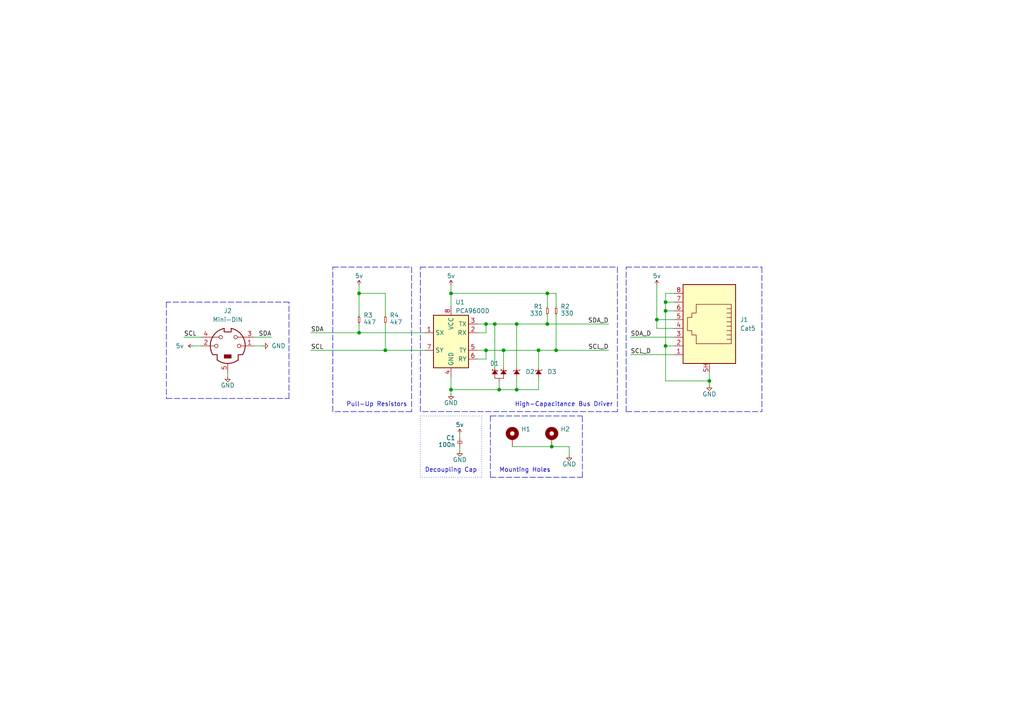
<source format=kicad_sch>
(kicad_sch (version 20211123) (generator eeschema)
  (paper "A4")
  (title_block (title "PROJECT ROYALE REPEATER") (date "2022-02-08") (rev "2.1") (company "Cambridge University Spaceflight") (comment 1 "Drawn By Henry Franks"))
  (lib_symbols
    (symbol "Diode_Zener_BZX84-C15_1" (pin_numbers hide) (pin_names (offset 1.016) hide)
      (property "Reference" "D" (at 1.27 1.778 0))
      (symbol "Diode_Zener_BZX84-C15_1_0_1"
        (polyline (pts (xy 0.762 -0.762) (xy 1.016 -1.016)))
        (polyline (pts (xy 0.762 0.762) (xy 0.508 1.016)))
        (polyline (pts (xy 0.762 0.762) (xy 0.762 -0.762)))
        (polyline (pts (xy 1.778 0.762) (xy 0.762 0) (xy 1.778 -0.762) (xy 1.778 0.762)) (fill (type outline)))
      )
      (symbol "Diode_Zener_BZX84-C15_1_1_1"
        (pin passive line (at 2.54 0 180) (length 0.762) (name "A") (number "1"))
        (pin no_connect line (at 4.572 3.81 0) (length 2.54) hide (name "") (number "2"))
        (pin passive line (at 0 0 0) (length 0.762) (name "K") (number "3"))
      )
    )
    (symbol "MountingHole_Pad_1" (pin_numbers hide) (pin_names (offset 1.016) hide)
      (property "Reference" "H" (at 0 6.35 0))
      (property "Value" "MountingHole_Pad_1" (at 0 4.445 0))
      (symbol "MountingHole_Pad_1_0_1"
        (circle (center 0 1.27) (radius 1.27) (stroke (width 1.27)))
      )
      (symbol "MountingHole_Pad_1_1_1"
        (pin input line (at 0 -2.54 90) (length 2.54) (name "1") (number "1"))
      )
    )
    (symbol "royale:5v" (power) (pin_numbers hide) (pin_names (offset 1.016) hide)
      (property "Value" "5v" (at 0 2.286 0))
      (symbol "5v_0_1"
        (polyline (pts (xy 0 1.27) (xy 0.508 0.508)))
        (polyline (pts (xy 0 0) (xy 0 1.27) (xy -0.508 0.508)))
      )
      (symbol "5v_1_1"
        (pin power_in line (at 0 0 180) (length 0) hide (name "5v") (number "1"))
      )
    )
    (symbol "royale:BAT54A" (pin_numbers hide) (pin_names (offset 1.016) hide)
      (property "Reference" "D" (at 1.27 1.778 0))
      (symbol "BAT54A_0_1"
        (polyline (pts (xy 0.762 -1.778) (xy 0.762 -3.302)))
        (polyline (pts (xy 0.762 0.762) (xy 0.762 -0.762)))
        (polyline (pts (xy 1.778 -2.54) (xy 3.048 -2.54)))
        (polyline (pts (xy 3.048 -2.54) (xy 3.048 0)))
        (polyline (pts (xy 3.048 0) (xy 1.778 0)))
        (polyline (pts (xy 0.762 -3.302) (xy 1.016 -3.302) (xy 1.016 -3.048)))
        (polyline (pts (xy 0.762 -1.778) (xy 0.508 -1.778) (xy 0.508 -2.032)))
        (polyline (pts (xy 0.762 -0.762) (xy 1.016 -0.762) (xy 1.016 -0.508)))
        (polyline (pts (xy 0.762 0.762) (xy 0.508 0.762) (xy 0.508 0.508)))
        (polyline (pts (xy 1.778 -1.778) (xy 0.762 -2.54) (xy 1.778 -3.302) (xy 1.778 -1.778)) (fill (type outline)))
        (polyline (pts (xy 1.778 0.762) (xy 0.762 0) (xy 1.778 -0.762) (xy 1.778 0.762)) (fill (type outline)))
      )
      (symbol "BAT54A_1_1"
        (pin passive line (at 0 0 0) (length 0.762) (name "~") (number "1"))
        (pin passive line (at 0 -2.54 0) (length 0.762) (name "~") (number "2"))
        (pin passive line (at 3.81 -1.27 180) (length 0.762) (name "~") (number "3"))
      )
    )
    (symbol "royale:C" (pin_numbers hide) (pin_names (offset 1.016) hide)
      (property "Reference" "C" (at 1.27 1.778 0))
      (property "Value" "C" (at 1.27 -1.778 0))
      (symbol "C_0_1"
        (polyline (pts (xy 1.016 0.762) (xy 1.016 -0.762)))
        (polyline (pts (xy 1.524 0.762) (xy 1.524 -0.762)))
      )
      (symbol "C_1_1"
        (pin passive line (at 0 0 0) (length 1.016) (name "~") (number "1"))
        (pin passive line (at 2.54 0 180) (length 1.016) (name "~") (number "2"))
      )
    )
    (symbol "royale:Diode_Zener_BZX84-C15" (pin_numbers hide) (pin_names (offset 1.016) hide)
      (property "Reference" "D" (at 1.27 1.778 0))
      (symbol "Diode_Zener_BZX84-C15_0_1"
        (polyline (pts (xy 0.762 -0.762) (xy 1.016 -1.016)))
        (polyline (pts (xy 0.762 0.762) (xy 0.508 1.016)))
        (polyline (pts (xy 0.762 0.762) (xy 0.762 -0.762)))
        (polyline (pts (xy 1.778 0.762) (xy 0.762 0) (xy 1.778 -0.762) (xy 1.778 0.762)) (fill (type outline)))
      )
      (symbol "Diode_Zener_BZX84-C15_1_1"
        (pin passive line (at 2.54 0 180) (length 0.762) (name "A") (number "1"))
        (pin no_connect line (at 4.572 3.81 0) (length 2.54) hide (name "") (number "2"))
        (pin passive line (at 0 0 0) (length 0.762) (name "K") (number "3"))
      )
    )
    (symbol "royale:GND" (power) (pin_numbers hide) (pin_names (offset 1.016) hide)
      (property "Value" "GND" (at 0 -2.54 0))
      (symbol "GND_0_1"
        (polyline (pts (xy 0 0) (xy 0 -0.762)))
        (polyline (pts (xy -0.762 -0.762) (xy 0.762 -0.762) (xy 0 -1.524) (xy -0.762 -0.762)) (fill (type background)))
      )
      (symbol "GND_1_1"
        (pin power_in line (at 0 0 180) (length 0) hide (name "GND") (number "1"))
      )
    )
    (symbol "royale:Mini-DIN-4-Shielded" (pin_names (offset 1.016))
      (property "Reference" "J" (at 0 6.35 0))
      (property "Value" "Mini-DIN-4-Shielded" (at 0 -6.35 0))
      (symbol "Mini-DIN-4-Shielded_0_1"
        (circle (center -3.302 0) (radius 0.508))
        (arc (start -3.048 -4.064) (mid 0 -5.08) (end 3.048 -4.064) (stroke (width 0.254)))
        (circle (center -2.032 2.54) (radius 0.508))
        (rectangle (start -1.016 -2.54) (end 1.016 -3.556) (fill (type outline)))
        (arc (start -1.016 5.08) (mid -4.6243 2.1182) (end -4.318 -2.54) (stroke (width 0.254)))
        (polyline (pts (xy -3.81 0) (xy -5.08 0)))
        (polyline (pts (xy -2.54 2.54) (xy -5.08 2.54)))
        (polyline (pts (xy 2.794 2.54) (xy 5.08 2.54)))
        (polyline (pts (xy 5.08 0) (xy 3.81 0)))
        (polyline (pts (xy -4.318 -2.54) (xy -3.048 -2.54) (xy -3.048 -4.064)) (stroke (width 0.254)))
        (polyline (pts (xy 4.318 -2.54) (xy 3.048 -2.54) (xy 3.048 -4.064)) (stroke (width 0.254)))
        (polyline (pts (xy -1.016 5.08) (xy -1.016 4.064) (xy 1.016 4.064) (xy 1.016 5.08)) (stroke (width 0.254)))
        (circle (center 2.286 2.54) (radius 0.508))
        (circle (center 3.302 0) (radius 0.508))
        (arc (start 4.318 -2.54) (mid 4.6646 2.1357) (end 1.016 5.08) (stroke (width 0.254)))
      )
      (symbol "Mini-DIN-4-Shielded_1_1"
        (pin passive line (at 7.62 0 180) (length 2.54) (name "~") (number "1"))
        (pin passive line (at -7.62 0 0) (length 2.54) (name "~") (number "2"))
        (pin passive line (at 7.62 2.54 180) (length 2.54) (name "~") (number "3"))
        (pin passive line (at -7.62 2.54 0) (length 2.54) (name "~") (number "4"))
        (pin input line (at 0 -7.62 90) (length 2.54) (name "") (number "5"))
      )
    )
    (symbol "royale:MountingHole_Pad" (pin_numbers hide) (pin_names (offset 1.016) hide)
      (property "Reference" "H" (at 0 6.35 0))
      (property "Value" "MountingHole_Pad" (at 0 4.445 0))
      (symbol "MountingHole_Pad_0_1"
        (circle (center 0 1.27) (radius 1.27) (stroke (width 1.27)))
      )
      (symbol "MountingHole_Pad_1_1"
        (pin input line (at 0 -2.54 90) (length 2.54) (name "1") (number "1"))
      )
    )
    (symbol "royale:PCA9600D"
      (property "Reference" "U" (at -5.08 8.89 0))
      (property "Value" "PCA9600D" (at 1.27 8.89 0))
      (symbol "PCA9600D_0_1"
        (rectangle (start -5.08 7.62) (end 5.08 -7.62) (stroke (width 0.254)) (fill (type background)))
      )
      (symbol "PCA9600D_1_1"
        (pin bidirectional line (at -7.62 2.54 0) (length 2.54) (name "SX") (number "1"))
        (pin input line (at 7.62 2.54 180) (length 2.54) (name "RX") (number "2"))
        (pin open_collector line (at 7.62 5.08 180) (length 2.54) (name "TX") (number "3"))
        (pin power_in line (at 0 -10.16 90) (length 2.54) (name "GND") (number "4"))
        (pin open_collector line (at 7.62 -2.54 180) (length 2.54) (name "TY") (number "5"))
        (pin input line (at 7.62 -5.08 180) (length 2.54) (name "RY") (number "6"))
        (pin bidirectional line (at -7.62 -2.54 0) (length 2.54) (name "SY") (number "7"))
        (pin power_in line (at 0 10.16 270) (length 2.54) (name "VCC") (number "8"))
      )
    )
    (symbol "royale:R" (pin_numbers hide) (pin_names (offset 1.016) hide)
      (property "Reference" "R" (at 1.27 1.27 0))
      (property "Value" "R" (at 1.27 -1.27 0))
      (symbol "R_0_1"
        (rectangle (start 0.508 0.254) (end 2.032 -0.254) (fill (type background)))
      )
      (symbol "R_1_1"
        (pin passive line (at 0 0 0) (length 0.508) (name "~") (number "1"))
        (pin passive line (at 2.54 0 180) (length 0.508) (name "~") (number "2"))
      )
    )
    (symbol "royale:RJ45_Shielded" (pin_names (offset 1.016))
      (property "Reference" "J" (at -5.08 13.97 0))
      (property "Value" "RJ45_Shielded" (at 2.54 13.97 0))
      (symbol "RJ45_Shielded_0_1"
        (polyline (pts (xy -5.08 4.445) (xy -6.35 4.445)))
        (polyline (pts (xy -5.08 5.715) (xy -6.35 5.715)))
        (polyline (pts (xy -6.35 -3.175) (xy -5.08 -3.175) (xy -5.08 -3.175)))
        (polyline (pts (xy -6.35 -1.905) (xy -5.08 -1.905) (xy -5.08 -1.905)))
        (polyline (pts (xy -6.35 -0.635) (xy -5.08 -0.635) (xy -5.08 -0.635)))
        (polyline (pts (xy -6.35 0.635) (xy -5.08 0.635) (xy -5.08 0.635)))
        (polyline (pts (xy -6.35 1.905) (xy -5.08 1.905) (xy -5.08 1.905)))
        (polyline (pts (xy -5.08 3.175) (xy -6.35 3.175) (xy -6.35 3.175)))
        (polyline (pts (xy -6.35 -4.445) (xy -6.35 6.985) (xy 3.81 6.985) (xy 3.81 4.445) (xy 5.08 4.445) (xy 5.08 3.175) (xy 6.35 3.175) (xy 6.35 -0.635) (xy 5.08 -0.635) (xy 5.08 -1.905) (xy 3.81 -1.905) (xy 3.81 -4.445) (xy -6.35 -4.445) (xy -6.35 -4.445)))
        (rectangle (start 7.62 12.7) (end -7.62 -10.16) (stroke (width 0.254)) (fill (type background)))
      )
      (symbol "RJ45_Shielded_1_1"
        (pin passive line (at 10.16 -7.62 180) (length 2.54) (name "~") (number "1"))
        (pin passive line (at 10.16 -5.08 180) (length 2.54) (name "~") (number "2"))
        (pin passive line (at 10.16 -2.54 180) (length 2.54) (name "~") (number "3"))
        (pin passive line (at 10.16 0 180) (length 2.54) (name "~") (number "4"))
        (pin passive line (at 10.16 2.54 180) (length 2.54) (name "~") (number "5"))
        (pin passive line (at 10.16 5.08 180) (length 2.54) (name "~") (number "6"))
        (pin passive line (at 10.16 7.62 180) (length 2.54) (name "~") (number "7"))
        (pin passive line (at 10.16 10.16 180) (length 2.54) (name "~") (number "8"))
        (pin passive line (at 0 -12.7 90) (length 2.54) (name "~") (number "SH"))
      )
    )
  )
  (junction (at 193.04 87.63))
  (junction (at 158.75 93.98))
  (junction (at 130.81 113.03))
  (junction (at 130.81 85.09))
  (junction (at 193.04 100.33))
  (junction (at 104.14 85.09))
  (junction (at 190.5 92.71))
  (junction (at 140.97 101.6))
  (junction (at 161.29 101.6))
  (junction (at 149.86 113.03))
  (junction (at 143.51 93.98))
  (junction (at 149.86 93.98))
  (junction (at 104.14 96.52))
  (junction (at 156.21 101.6))
  (junction (at 146.05 101.6))
  (junction (at 205.74 110.49))
  (junction (at 158.75 85.09))
  (junction (at 160.02 129.54))
  (junction (at 144.78 113.03))
  (junction (at 140.97 93.98))
  (junction (at 111.76 101.6))
  (junction (at 193.04 90.17))
  (wire (pts (xy 161.29 88.9) (xy 161.29 85.09)))
  (wire (pts (xy 143.51 93.98) (xy 149.86 93.98)))
  (wire (pts (xy 149.86 113.03) (xy 156.21 113.03)))
  (wire (pts (xy 130.81 85.09) (xy 158.75 85.09)))
  (wire (pts (xy 90.17 96.52) (xy 104.14 96.52)))
  (wire (pts (xy 149.86 93.98) (xy 149.86 106.68)))
  (wire (pts (xy 158.75 88.9) (xy 158.75 85.09)))
  (wire (pts (xy 193.04 90.17) (xy 193.04 87.63)))
  (wire (pts (xy 138.43 93.98) (xy 140.97 93.98)))
  (polyline (pts (xy 121.92 138.43) (xy 139.7 138.43)) (stroke (width 0) (type dot)))
  (wire (pts (xy 205.74 110.49) (xy 205.74 111.76)))
  (polyline (pts (xy 179.07 119.38) (xy 121.92 119.38)))
  (wire (pts (xy 133.35 129.54) (xy 133.35 130.81)))
  (wire (pts (xy 160.02 129.54) (xy 165.1 129.54)))
  (polyline (pts (xy 48.26 87.63) (xy 48.26 115.57)))
  (wire (pts (xy 193.04 110.49) (xy 193.04 100.33)))
  (wire (pts (xy 140.97 93.98) (xy 143.51 93.98)))
  (wire (pts (xy 205.74 107.95) (xy 205.74 110.49)))
  (wire (pts (xy 138.43 104.14) (xy 140.97 104.14)))
  (wire (pts (xy 149.86 93.98) (xy 158.75 93.98)))
  (wire (pts (xy 104.14 91.44) (xy 104.14 85.09)))
  (wire (pts (xy 130.81 113.03) (xy 144.78 113.03)))
  (wire (pts (xy 111.76 85.09) (xy 111.76 91.44)))
  (wire (pts (xy 193.04 87.63) (xy 193.04 85.09)))
  (wire (pts (xy 193.04 87.63) (xy 195.58 87.63)))
  (polyline (pts (xy 119.38 119.38) (xy 96.52 119.38)))
  (wire (pts (xy 130.81 88.9) (xy 130.81 85.09)))
  (wire (pts (xy 190.5 82.55) (xy 190.5 92.71)))
  (wire (pts (xy 149.86 113.03) (xy 149.86 109.22)))
  (polyline (pts (xy 121.92 77.47) (xy 179.07 77.47)))
  (wire (pts (xy 130.81 85.09) (xy 130.81 82.55)))
  (polyline (pts (xy 142.24 138.43) (xy 168.91 138.43)))
  (polyline (pts (xy 48.26 115.57) (xy 83.82 115.57)))
  (wire (pts (xy 146.05 101.6) (xy 146.05 106.68)))
  (wire (pts (xy 146.05 101.6) (xy 156.21 101.6)))
  (wire (pts (xy 161.29 101.6) (xy 176.53 101.6)))
  (polyline (pts (xy 96.52 119.38) (xy 96.52 77.47)))
  (wire (pts (xy 144.78 113.03) (xy 149.86 113.03)))
  (wire (pts (xy 190.5 92.71) (xy 190.5 95.25)))
  (wire (pts (xy 140.97 96.52) (xy 140.97 93.98)))
  (polyline (pts (xy 181.61 119.38) (xy 220.98 119.38)))
  (wire (pts (xy 182.88 97.79) (xy 195.58 97.79)))
  (wire (pts (xy 205.74 110.49) (xy 193.04 110.49)))
  (wire (pts (xy 193.04 90.17) (xy 195.58 90.17)))
  (wire (pts (xy 143.51 93.98) (xy 143.51 106.68)))
  (wire (pts (xy 138.43 96.52) (xy 140.97 96.52)))
  (wire (pts (xy 182.88 102.87) (xy 195.58 102.87)))
  (wire (pts (xy 58.42 100.33) (xy 55.88 100.33)))
  (wire (pts (xy 104.14 85.09) (xy 111.76 85.09)))
  (wire (pts (xy 165.1 129.54) (xy 165.1 132.08)))
  (wire (pts (xy 156.21 101.6) (xy 156.21 106.68)))
  (wire (pts (xy 148.59 129.54) (xy 160.02 129.54)))
  (wire (pts (xy 130.81 109.22) (xy 130.81 113.03)))
  (wire (pts (xy 104.14 96.52) (xy 104.14 93.98)))
  (wire (pts (xy 158.75 93.98) (xy 176.53 93.98)))
  (wire (pts (xy 144.78 110.49) (xy 144.78 113.03)))
  (polyline (pts (xy 96.52 77.47) (xy 119.38 77.47)))
  (wire (pts (xy 195.58 95.25) (xy 190.5 95.25)))
  (polyline (pts (xy 179.07 77.47) (xy 179.07 119.38)))
  (polyline (pts (xy 142.24 120.65) (xy 168.91 120.65)))
  (wire (pts (xy 193.04 100.33) (xy 195.58 100.33)))
  (wire (pts (xy 123.19 96.52) (xy 104.14 96.52)))
  (wire (pts (xy 130.81 113.03) (xy 130.81 114.3)))
  (polyline (pts (xy 83.82 87.63) (xy 48.26 87.63)))
  (polyline (pts (xy 119.38 77.47) (xy 119.38 119.38)))
  (wire (pts (xy 111.76 101.6) (xy 123.19 101.6)))
  (wire (pts (xy 66.04 107.95) (xy 66.04 109.22)))
  (wire (pts (xy 156.21 113.03) (xy 156.21 109.22)))
  (wire (pts (xy 90.17 101.6) (xy 111.76 101.6)))
  (polyline (pts (xy 139.7 138.43) (xy 139.7 120.65)) (stroke (width 0) (type dot)))
  (polyline (pts (xy 121.92 119.38) (xy 121.92 77.47)))
  (polyline (pts (xy 168.91 138.43) (xy 168.91 120.65)))
  (wire (pts (xy 161.29 91.44) (xy 161.29 101.6)))
  (wire (pts (xy 53.34 97.79) (xy 58.42 97.79)))
  (wire (pts (xy 158.75 93.98) (xy 158.75 91.44)))
  (wire (pts (xy 140.97 101.6) (xy 146.05 101.6)))
  (wire (pts (xy 73.66 100.33) (xy 76.2 100.33)))
  (polyline (pts (xy 121.92 120.65) (xy 121.92 138.43)) (stroke (width 0) (type dot)))
  (polyline (pts (xy 181.61 119.38) (xy 181.61 77.47)))
  (wire (pts (xy 156.21 101.6) (xy 161.29 101.6)))
  (wire (pts (xy 133.35 125.73) (xy 133.35 127)))
  (polyline (pts (xy 220.98 77.47) (xy 220.98 119.38)))
  (wire (pts (xy 161.29 85.09) (xy 158.75 85.09)))
  (wire (pts (xy 73.66 97.79) (xy 78.74 97.79)))
  (polyline (pts (xy 181.61 77.47) (xy 220.98 77.47)))
  (wire (pts (xy 193.04 85.09) (xy 195.58 85.09)))
  (polyline (pts (xy 83.82 115.57) (xy 83.82 87.63)))
  (polyline (pts (xy 142.24 120.65) (xy 142.24 138.43)))
  (wire (pts (xy 190.5 92.71) (xy 195.58 92.71)))
  (wire (pts (xy 193.04 90.17) (xy 193.04 100.33)))
  (polyline (pts (xy 139.7 120.65) (xy 121.92 120.65)) (stroke (width 0) (type dot)))
  (wire (pts (xy 138.43 101.6) (xy 140.97 101.6)))
  (wire (pts (xy 104.14 85.09) (xy 104.14 82.55)))
  (wire (pts (xy 111.76 93.98) (xy 111.76 101.6)))
  (wire (pts (xy 140.97 104.14) (xy 140.97 101.6)))
  (text "Decoupling Cap" (at 123.19 137.16 0) (effects (font (size 1.27 1.27)) (justify left bottom)))
  (text "Pull-Up Resistors" (at 118.11 118.11 180) (effects (font (size 1.27 1.27)) (justify right bottom)))
  (text "Mounting Holes" (at 144.78 137.16 0) (effects (font (size 1.27 1.27)) (justify left bottom)))
  (text "High-Capacitance Bus Driver" (at 177.8 118.11 180) (effects (font (size 1.27 1.27)) (justify right bottom)))
  (label "SCL" (at 53.34 97.79 0))
  (label "SCL_D" (at 176.53 101.6 180))
  (label "SDA" (at 90.17 96.52 0))
  (label "SDA_D" (at 176.53 93.98 180))
  (label "SCL_D" (at 182.88 102.87 0))
  (label "SDA" (at 78.74 97.79 180))
  (label "SCL" (at 90.17 101.6 0))
  (label "SDA_D" (at 182.88 97.79 0))
  (symbol (lib_id "royale:PCA9600D") (at 130.81 99.06 0) (unit 1)
    (property "Reference" "U1" (at 132.08 87.63 0) (effects (justify left)))
    (property "Value" "PCA9600D" (at 132.08 90.17 0) (effects (justify left)))
    (property "Footprint" "Package_SO:SO-8_3.9x4.9mm_P1.27mm" (effects hide))
    (property "Datasheet" "https://www.nxp.com/docs/en/data-sheet/PCA9600.pdf" (effects hide))
    (property "Farnell" "2775968" (effects hide))
  )
  (symbol (lib_id "royale:R") (at 111.76 91.44 270) (unit 1)
    (property "Reference" "R4" (at 113.03 91.44 90) (effects (justify left)))
    (property "Value" "4k7" (at 113.03 92.71 90) (effects (justify left top)))
    (property "Footprint" "Resistor_SMD:R_0805_2012Metric" (effects hide))
    (property "Farnell" "2447672" (effects hide))
  )
  (symbol (lib_id "royale:R") (at 104.14 91.44 270) (unit 1)
    (property "Reference" "R3" (at 105.41 91.44 90) (effects (justify left)))
    (property "Value" "4k7" (at 105.41 92.71 90) (effects (justify left top)))
    (property "Footprint" "Resistor_SMD:R_0805_2012Metric" (effects hide))
    (property "Farnell" "2447672" (effects hide))
  )
  (symbol (lib_id "royale:R") (at 158.75 88.9 90) (mirror x) (unit 1)
    (property "Reference" "R1" (at 157.48 88.9 90) (effects (justify left)))
    (property "Value" "330" (at 157.48 90.17 90) (effects (justify left top)))
    (property "Footprint" "Resistor_SMD:R_0805_2012Metric" (effects hide))
    (property "Farnell" "9333037" (effects hide))
  )
  (symbol (lib_id "royale:R") (at 161.29 88.9 270) (unit 1)
    (property "Reference" "R2" (at 162.56 88.9 90) (effects (justify left)))
    (property "Value" "330" (at 162.56 90.17 90) (effects (justify left top)))
    (property "Footprint" "Resistor_SMD:R_0805_2012Metric" (effects hide))
    (property "Farnell" "9333037" (effects hide))
  )
  (symbol (lib_id "royale:GND") (at 130.81 114.3 0) (unit 1)
    (property "Reference" "#PWR08" (effects hide))
    (property "Value" "GND" (at 130.81 116.84 0))
  )
  (symbol (lib_id "royale:C") (at 133.35 127 90) (mirror x) (unit 1)
    (property "Reference" "C1" (at 132.08 127 90) (effects (justify left)))
    (property "Value" "100n" (at 132.08 128.27 90) (effects (justify left top)))
    (property "Footprint" "Capacitor_SMD:C_0805_2012Metric" (effects hide))
    (property "Farnell" "9406387" (effects hide))
  )
  (symbol (lib_id "royale:GND") (at 76.2 100.33 90) (unit 1)
    (property "Reference" "#PWR05" (effects hide))
    (property "Value" "GND" (at 78.74 100.33 90) (effects (justify right)))
  )
  (symbol (lib_id "royale:GND") (at 165.1 132.08 0) (unit 1)
    (property "Reference" "#PWR0101" (effects hide))
    (property "Value" "GND" (at 165.1 134.62 0))
  )
  (symbol (lib_id "royale:BAT54A") (at 143.51 106.68 90) (mirror x) (unit 1)
    (property "Reference" "D1" (at 144.78 105.41 90) (effects (justify left)))
    (property "Value" "BAT54A" (effects hide))
    (property "Footprint" "Package_TO_SOT_SMD:SOT-23" (effects hide))
    (property "Datasheet" "https://www.farnell.com/datasheets/2864018.pdf" (effects hide))
    (property "Farnell" "2675345" (effects hide))
  )
  (symbol (lib_id "royale:GND") (at 205.74 111.76 0) (unit 1)
    (property "Reference" "#PWR07" (effects hide))
    (property "Value" "GND" (at 205.74 114.3 0))
  )
  (symbol (lib_id "royale:5v") (at 104.14 82.55 0) (unit 1)
    (property "Reference" "#PWR0103" (effects hide))
    (property "Value" "5v" (at 104.14 80.01 0))
  )
  (symbol (lib_name "Diode_Zener_BZX84-C15_1") (lib_id "royale:Diode_Zener_BZX84-C15") (at 156.21 106.68 270) (unit 1)
    (property "Reference" "D3" (at 158.75 107.8229 90) (effects (justify left)))
    (property "Value" "Diode_Zener_BZX84-C15" (effects hide))
    (property "Footprint" "Package_TO_SOT_SMD:SOT-23" (effects hide))
    (property "Farnell" "2319204" (effects hide))
  )
  (symbol (lib_id "royale:RJ45_Shielded") (at 205.74 95.25 0) (mirror y) (unit 1)
    (property "Reference" "J1" (at 214.63 92.7099 0) (effects (justify right)))
    (property "Value" "Cat5" (at 214.63 95.2499 0) (effects (justify right)))
    (property "Footprint" "royale:RJ45_Amphenol_RJHSE5380" (effects hide))
    (property "Farnell" "1849916" (effects hide))
  )
  (symbol (lib_id "royale:Diode_Zener_BZX84-C15") (at 149.86 106.68 270) (unit 1)
    (property "Reference" "D2" (at 152.4 107.8229 90) (effects (justify left)))
    (property "Value" "Diode_Zener_BZX84-C15" (effects hide))
    (property "Footprint" "Package_TO_SOT_SMD:SOT-23" (effects hide))
    (property "Datasheet" "https://www.farnell.com/datasheets/1808429.pdf" (effects hide))
    (property "Farnell" "2319204" (effects hide))
  )
  (symbol (lib_id "royale:5v") (at 130.81 82.55 0) (unit 1)
    (property "Reference" "#PWR0105" (effects hide))
    (property "Value" "5v" (at 130.81 80.01 0))
  )
  (symbol (lib_id "royale:Mini-DIN-4-Shielded") (at 66.04 100.33 0) (unit 1)
    (property "Reference" "J2" (at 66.0577 90.17 0))
    (property "Value" "Mini-DIN" (at 66.0577 92.71 0))
    (property "Footprint" "royale:TE_5749181-1" (effects hide))
    (property "Datasheet" "http://service.powerdynamics.com/ec/Catalog17/Section%2011.pdf" (effects hide))
    (property "Farnell" "3791398" (effects hide))
  )
  (symbol (lib_id "royale:5v") (at 55.88 100.33 90) (unit 1)
    (property "Reference" "#PWR0106" (effects hide))
    (property "Value" "5v" (at 53.34 100.33 90) (effects (justify left)))
  )
  (symbol (lib_name "MountingHole_Pad_1") (lib_id "royale:MountingHole_Pad") (at 160.02 127 0) (unit 1)
    (property "Reference" "H2" (at 162.56 124.4599 0) (effects (justify left)))
    (property "Value" "MountingHole_Pad" (effects hide))
    (property "Footprint" "royale:MountingHole_3.2mm_M3_Pad_Via" (effects hide))
  )
  (symbol (lib_id "royale:GND") (at 133.35 130.81 0) (unit 1)
    (property "Reference" "#PWR011" (effects hide))
    (property "Value" "GND" (at 133.35 133.35 0))
  )
  (symbol (lib_id "royale:GND") (at 66.04 109.22 0) (unit 1)
    (property "Reference" "#PWR06" (effects hide))
    (property "Value" "GND" (at 66.04 111.76 0))
  )
  (symbol (lib_id "royale:MountingHole_Pad") (at 148.59 127 0) (unit 1)
    (property "Reference" "H1" (at 151.13 124.4599 0) (effects (justify left)))
    (property "Value" "MountingHole_Pad" (effects hide))
    (property "Footprint" "royale:MountingHole_3.2mm_M3_Pad_Via" (effects hide))
  )
  (symbol (lib_id "royale:5v") (at 133.35 125.73 0) (unit 1)
    (property "Reference" "#PWR0102" (effects hide))
    (property "Value" "5v" (at 133.35 123.19 0))
  )
  (symbol (lib_id "royale:5v") (at 190.5 82.55 0) (unit 1)
    (property "Reference" "#PWR0104" (effects hide))
    (property "Value" "5v" (at 190.5 80.01 0))
  )
)
</source>
